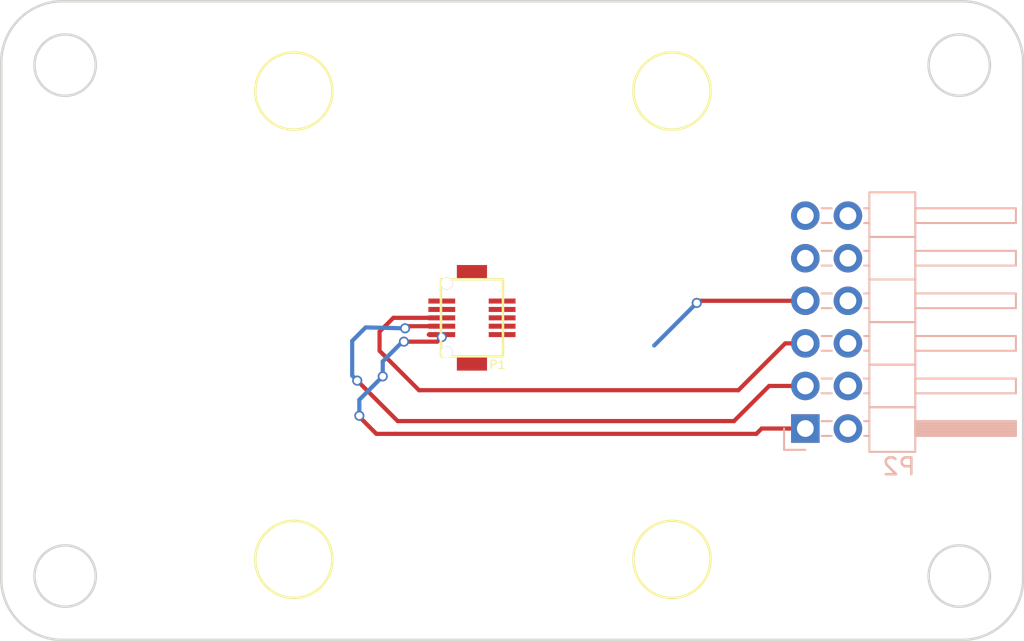
<source format=kicad_pcb>
(kicad_pcb (version 4) (host pcbnew 4.0.5)

  (general
    (links 10)
    (no_connects 10)
    (area 101.817099 81.116099 162.927101 119.366101)
    (thickness 1.6)
    (drawings 12)
    (tracks 43)
    (zones 0)
    (modules 6)
    (nets 13)
  )

  (page A4)
  (layers
    (0 F.Cu signal)
    (31 B.Cu signal)
    (32 B.Adhes user)
    (33 F.Adhes user)
    (34 B.Paste user)
    (35 F.Paste user)
    (36 B.SilkS user)
    (37 F.SilkS user)
    (38 B.Mask user)
    (39 F.Mask user)
    (40 Dwgs.User user)
    (41 Cmts.User user)
    (42 Eco1.User user)
    (43 Eco2.User user)
    (44 Edge.Cuts user)
    (45 Margin user)
    (46 B.CrtYd user)
    (47 F.CrtYd user)
    (48 B.Fab user)
    (49 F.Fab user)
  )

  (setup
    (last_trace_width 0.25)
    (trace_clearance 0.2)
    (zone_clearance 0.508)
    (zone_45_only no)
    (trace_min 0.2)
    (segment_width 0.2)
    (edge_width 0.15)
    (via_size 0.6)
    (via_drill 0.4)
    (via_min_size 0.4)
    (via_min_drill 0.3)
    (uvia_size 0.3)
    (uvia_drill 0.1)
    (uvias_allowed no)
    (uvia_min_size 0.2)
    (uvia_min_drill 0.1)
    (pcb_text_width 0.3)
    (pcb_text_size 1.5 1.5)
    (mod_edge_width 0.15)
    (mod_text_size 1 1)
    (mod_text_width 0.15)
    (pad_size 1.524 1.524)
    (pad_drill 0.762)
    (pad_to_mask_clearance 0.2)
    (aux_axis_origin 0 0)
    (visible_elements 7FFFFFFF)
    (pcbplotparams
      (layerselection 0x00030_80000001)
      (usegerberextensions false)
      (excludeedgelayer true)
      (linewidth 0.100000)
      (plotframeref false)
      (viasonmask false)
      (mode 1)
      (useauxorigin false)
      (hpglpennumber 1)
      (hpglpenspeed 20)
      (hpglpendiameter 15)
      (hpglpenoverlay 2)
      (psnegative false)
      (psa4output false)
      (plotreference true)
      (plotvalue true)
      (plotinvisibletext false)
      (padsonsilk false)
      (subtractmaskfromsilk false)
      (outputformat 1)
      (mirror false)
      (drillshape 1)
      (scaleselection 1)
      (outputdirectory ""))
  )

  (net 0 "")
  (net 1 /AC3)
  (net 2 /AC5)
  (net 3 /AC4)
  (net 4 /CS)
  (net 5 /DTR)
  (net 6 /TX/SCK)
  (net 7 /Vbus)
  (net 8 /GND)
  (net 9 /RX/SDO)
  (net 10 "Net-(P2-Pad11)")
  (net 11 "Net-(P2-Pad12)")
  (net 12 /SDI)

  (net_class Default "This is the default net class."
    (clearance 0.2)
    (trace_width 0.25)
    (via_dia 0.6)
    (via_drill 0.4)
    (uvia_dia 0.3)
    (uvia_drill 0.1)
    (add_net /AC3)
    (add_net /AC4)
    (add_net /AC5)
    (add_net /CS)
    (add_net /DTR)
    (add_net /GND)
    (add_net /RX/SDO)
    (add_net /SDI)
    (add_net /TX/SCK)
    (add_net /Vbus)
    (add_net "Net-(P2-Pad11)")
    (add_net "Net-(P2-Pad12)")
  )

  (module robosub_footprints:3mm-10pos-receptacle (layer F.Cu) (tedit 58BB4796) (tstamp 58BA1B4F)
    (at 129.9718 100.076 90)
    (path /58B8D17C)
    (attr smd)
    (fp_text reference P1 (at -2.794 1.524 180) (layer F.SilkS)
      (effects (font (size 0.5 0.5) (thickness 0.075)))
    )
    (fp_text value Mezzanine-Header (at 0.254 3.556 90) (layer F.Fab) hide
      (effects (font (size 1 1) (thickness 0.15)))
    )
    (fp_line (start 2.3 1.85) (end 2.3 -1.85) (layer F.SilkS) (width 0.15))
    (fp_line (start -2.3 -1.85) (end 2.3 -1.85) (layer F.SilkS) (width 0.15))
    (fp_line (start -2.3 1.85) (end 2.3 1.85) (layer F.SilkS) (width 0.15))
    (fp_line (start -2.3 1.85) (end -2.3 -1.85) (layer F.SilkS) (width 0.15))
    (pad "" thru_hole circle (at 2.05 -1.5 90) (size 0.7 0.7) (drill 0.7) (layers *.Cu *.Mask))
    (pad "" thru_hole circle (at -2.05 -1.5 90) (size 0.7 0.7) (drill 0.7) (layers *.Cu *.Mask))
    (pad 6 smd rect (at 0 1.8 90) (size 0.3 1.6) (layers F.Cu F.Paste F.Mask)
      (net 1 /AC3))
    (pad 10 smd rect (at 1 1.8 90) (size 0.3 1.6) (layers F.Cu F.Paste F.Mask)
      (net 2 /AC5))
    (pad 8 smd rect (at 0.5 1.8 90) (size 0.3 1.6) (layers F.Cu F.Paste F.Mask)
      (net 3 /AC4))
    (pad 2 smd rect (at -1 1.8 90) (size 0.3 1.6) (layers F.Cu F.Paste F.Mask)
      (net 4 /CS))
    (pad 4 smd rect (at -0.5 1.8 90) (size 0.3 1.6) (layers F.Cu F.Paste F.Mask)
      (net 5 /DTR))
    (pad 5 smd rect (at 0 -1.8 90) (size 0.3 1.6) (layers F.Cu F.Paste F.Mask)
      (net 9 /RX/SDO))
    (pad 3 smd rect (at -0.5 -1.8 90) (size 0.3 1.6) (layers F.Cu F.Paste F.Mask)
      (net 6 /TX/SCK))
    (pad 1 smd rect (at -1 -1.8 90) (size 0.3 1.6) (layers F.Cu F.Paste F.Mask)
      (net 7 /Vbus))
    (pad 9 smd rect (at 1 -1.8 90) (size 0.3 1.6) (layers F.Cu F.Paste F.Mask)
      (net 8 /GND))
    (pad 7 smd rect (at 0.5 -1.8 90) (size 0.3 1.6) (layers F.Cu F.Paste F.Mask)
      (net 12 /SDI))
    (pad "" smd rect (at 2.75 0 90) (size 0.8 1.8) (layers F.Cu F.Paste F.Mask))
    (pad "" smd rect (at -2.75 0 90) (size 0.8 1.8) (layers F.Cu F.Paste F.Mask))
    (model robosub.3dshapes/3mm-10pos-receptacle.wrl
      (at (xyz 0 0 0))
      (scale (xyz 0.4 0.4 0.4))
      (rotate (xyz -90 0 0))
    )
  )

  (module robosub_footprints:3mm-support (layer F.Cu) (tedit 58B1B9D1) (tstamp 58BA1B55)
    (at 119.3442 86.548204)
    (path /58B8D60F)
    (fp_text reference U1 (at 3.81 1.27) (layer F.SilkS) hide
      (effects (font (size 1 1) (thickness 0.15)))
    )
    (fp_text value 3mm-support (at 0 -0.5) (layer F.Fab)
      (effects (font (size 1 1) (thickness 0.15)))
    )
    (fp_circle (center 0 0) (end 2.3 0) (layer F.SilkS) (width 0.15))
    (pad "" np_thru_hole circle (at 0 0) (size 2.5 2.5) (drill 2.5) (layers *.Cu *.Mask))
    (model robosub.3dshapes/3mm-support.wrl
      (at (xyz 0 0 0.118))
      (scale (xyz 0.4 0.4 0.4))
      (rotate (xyz 90 0 0))
    )
  )

  (module robosub_footprints:3mm-support (layer F.Cu) (tedit 58B1B9D1) (tstamp 58BA1B5B)
    (at 141.9042 86.548204)
    (path /58B8D810)
    (fp_text reference U2 (at 3.81 1.27) (layer F.SilkS) hide
      (effects (font (size 1 1) (thickness 0.15)))
    )
    (fp_text value 3mm-support (at 0 -0.5) (layer F.Fab)
      (effects (font (size 1 1) (thickness 0.15)))
    )
    (fp_circle (center 0 0) (end 2.3 0) (layer F.SilkS) (width 0.15))
    (pad "" np_thru_hole circle (at 0 0) (size 2.5 2.5) (drill 2.5) (layers *.Cu *.Mask))
    (model robosub.3dshapes/3mm-support.wrl
      (at (xyz 0 0 0.118))
      (scale (xyz 0.4 0.4 0.4))
      (rotate (xyz 90 0 0))
    )
  )

  (module robosub_footprints:3mm-support (layer F.Cu) (tedit 58B1B9D1) (tstamp 58BA1B61)
    (at 119.3442 114.488204)
    (path /58B8D85C)
    (fp_text reference U3 (at 3.81 1.27) (layer F.SilkS) hide
      (effects (font (size 1 1) (thickness 0.15)))
    )
    (fp_text value 3mm-support (at 0 -0.5) (layer F.Fab)
      (effects (font (size 1 1) (thickness 0.15)))
    )
    (fp_circle (center 0 0) (end 2.3 0) (layer F.SilkS) (width 0.15))
    (pad "" np_thru_hole circle (at 0 0) (size 2.5 2.5) (drill 2.5) (layers *.Cu *.Mask))
    (model robosub.3dshapes/3mm-support.wrl
      (at (xyz 0 0 0.118))
      (scale (xyz 0.4 0.4 0.4))
      (rotate (xyz 90 0 0))
    )
  )

  (module robosub_footprints:3mm-support (layer F.Cu) (tedit 58B1B9D1) (tstamp 58BA1B67)
    (at 141.9042 114.488204)
    (path /58B8D916)
    (fp_text reference U4 (at 3.81 1.27) (layer F.SilkS) hide
      (effects (font (size 1 1) (thickness 0.15)))
    )
    (fp_text value 3mm-support (at 0 -0.5) (layer F.Fab)
      (effects (font (size 1 1) (thickness 0.15)))
    )
    (fp_circle (center 0 0) (end 2.3 0) (layer F.SilkS) (width 0.15))
    (pad "" np_thru_hole circle (at 0 0) (size 2.5 2.5) (drill 2.5) (layers *.Cu *.Mask))
    (model robosub.3dshapes/3mm-support.wrl
      (at (xyz 0 0 0.118))
      (scale (xyz 0.4 0.4 0.4))
      (rotate (xyz 90 0 0))
    )
  )

  (module Pin_Headers:Pin_Header_Angled_2x06_Pitch2.54mm (layer B.Cu) (tedit 58BB427C) (tstamp 58BB4117)
    (at 149.86 106.68)
    (descr "Through hole angled pin header, 2x06, 2.54mm pitch, 6mm pin length, double rows")
    (tags "Through hole angled pin header THT 2x06 2.54mm double row")
    (path /58B8D485)
    (fp_text reference P2 (at 5.585 2.27) (layer B.SilkS)
      (effects (font (size 1 1) (thickness 0.15)) (justify mirror))
    )
    (fp_text value CONN_02X06 (at 5.585 -14.97 90) (layer B.Fab)
      (effects (font (size 1 1) (thickness 0.15)) (justify mirror))
    )
    (fp_line (start 3.94 1.27) (end 3.94 -1.27) (layer B.Fab) (width 0.1))
    (fp_line (start 3.94 -1.27) (end 6.44 -1.27) (layer B.Fab) (width 0.1))
    (fp_line (start 6.44 -1.27) (end 6.44 1.27) (layer B.Fab) (width 0.1))
    (fp_line (start 6.44 1.27) (end 3.94 1.27) (layer B.Fab) (width 0.1))
    (fp_line (start 0 0.32) (end 0 -0.32) (layer B.Fab) (width 0.1))
    (fp_line (start 0 -0.32) (end 12.44 -0.32) (layer B.Fab) (width 0.1))
    (fp_line (start 12.44 -0.32) (end 12.44 0.32) (layer B.Fab) (width 0.1))
    (fp_line (start 12.44 0.32) (end 0 0.32) (layer B.Fab) (width 0.1))
    (fp_line (start 3.94 -1.27) (end 3.94 -3.81) (layer B.Fab) (width 0.1))
    (fp_line (start 3.94 -3.81) (end 6.44 -3.81) (layer B.Fab) (width 0.1))
    (fp_line (start 6.44 -3.81) (end 6.44 -1.27) (layer B.Fab) (width 0.1))
    (fp_line (start 6.44 -1.27) (end 3.94 -1.27) (layer B.Fab) (width 0.1))
    (fp_line (start 0 -2.22) (end 0 -2.86) (layer B.Fab) (width 0.1))
    (fp_line (start 0 -2.86) (end 12.44 -2.86) (layer B.Fab) (width 0.1))
    (fp_line (start 12.44 -2.86) (end 12.44 -2.22) (layer B.Fab) (width 0.1))
    (fp_line (start 12.44 -2.22) (end 0 -2.22) (layer B.Fab) (width 0.1))
    (fp_line (start 3.94 -3.81) (end 3.94 -6.35) (layer B.Fab) (width 0.1))
    (fp_line (start 3.94 -6.35) (end 6.44 -6.35) (layer B.Fab) (width 0.1))
    (fp_line (start 6.44 -6.35) (end 6.44 -3.81) (layer B.Fab) (width 0.1))
    (fp_line (start 6.44 -3.81) (end 3.94 -3.81) (layer B.Fab) (width 0.1))
    (fp_line (start 0 -4.76) (end 0 -5.4) (layer B.Fab) (width 0.1))
    (fp_line (start 0 -5.4) (end 12.44 -5.4) (layer B.Fab) (width 0.1))
    (fp_line (start 12.44 -5.4) (end 12.44 -4.76) (layer B.Fab) (width 0.1))
    (fp_line (start 12.44 -4.76) (end 0 -4.76) (layer B.Fab) (width 0.1))
    (fp_line (start 3.94 -6.35) (end 3.94 -8.89) (layer B.Fab) (width 0.1))
    (fp_line (start 3.94 -8.89) (end 6.44 -8.89) (layer B.Fab) (width 0.1))
    (fp_line (start 6.44 -8.89) (end 6.44 -6.35) (layer B.Fab) (width 0.1))
    (fp_line (start 6.44 -6.35) (end 3.94 -6.35) (layer B.Fab) (width 0.1))
    (fp_line (start 0 -7.3) (end 0 -7.94) (layer B.Fab) (width 0.1))
    (fp_line (start 0 -7.94) (end 12.44 -7.94) (layer B.Fab) (width 0.1))
    (fp_line (start 12.44 -7.94) (end 12.44 -7.3) (layer B.Fab) (width 0.1))
    (fp_line (start 12.44 -7.3) (end 0 -7.3) (layer B.Fab) (width 0.1))
    (fp_line (start 3.94 -8.89) (end 3.94 -11.43) (layer B.Fab) (width 0.1))
    (fp_line (start 3.94 -11.43) (end 6.44 -11.43) (layer B.Fab) (width 0.1))
    (fp_line (start 6.44 -11.43) (end 6.44 -8.89) (layer B.Fab) (width 0.1))
    (fp_line (start 6.44 -8.89) (end 3.94 -8.89) (layer B.Fab) (width 0.1))
    (fp_line (start 0 -9.84) (end 0 -10.48) (layer B.Fab) (width 0.1))
    (fp_line (start 0 -10.48) (end 12.44 -10.48) (layer B.Fab) (width 0.1))
    (fp_line (start 12.44 -10.48) (end 12.44 -9.84) (layer B.Fab) (width 0.1))
    (fp_line (start 12.44 -9.84) (end 0 -9.84) (layer B.Fab) (width 0.1))
    (fp_line (start 3.94 -11.43) (end 3.94 -13.97) (layer B.Fab) (width 0.1))
    (fp_line (start 3.94 -13.97) (end 6.44 -13.97) (layer B.Fab) (width 0.1))
    (fp_line (start 6.44 -13.97) (end 6.44 -11.43) (layer B.Fab) (width 0.1))
    (fp_line (start 6.44 -11.43) (end 3.94 -11.43) (layer B.Fab) (width 0.1))
    (fp_line (start 0 -12.38) (end 0 -13.02) (layer B.Fab) (width 0.1))
    (fp_line (start 0 -13.02) (end 12.44 -13.02) (layer B.Fab) (width 0.1))
    (fp_line (start 12.44 -13.02) (end 12.44 -12.38) (layer B.Fab) (width 0.1))
    (fp_line (start 12.44 -12.38) (end 0 -12.38) (layer B.Fab) (width 0.1))
    (fp_line (start 3.82 1.39) (end 3.82 -1.27) (layer B.SilkS) (width 0.12))
    (fp_line (start 3.82 -1.27) (end 6.56 -1.27) (layer B.SilkS) (width 0.12))
    (fp_line (start 6.56 -1.27) (end 6.56 1.39) (layer B.SilkS) (width 0.12))
    (fp_line (start 6.56 1.39) (end 3.82 1.39) (layer B.SilkS) (width 0.12))
    (fp_line (start 6.56 0.44) (end 6.56 -0.44) (layer B.SilkS) (width 0.12))
    (fp_line (start 6.56 -0.44) (end 12.56 -0.44) (layer B.SilkS) (width 0.12))
    (fp_line (start 12.56 -0.44) (end 12.56 0.44) (layer B.SilkS) (width 0.12))
    (fp_line (start 12.56 0.44) (end 6.56 0.44) (layer B.SilkS) (width 0.12))
    (fp_line (start 3.51 0.44) (end 3.82 0.44) (layer B.SilkS) (width 0.12))
    (fp_line (start 3.51 -0.44) (end 3.82 -0.44) (layer B.SilkS) (width 0.12))
    (fp_line (start 0.97 0.44) (end 1.57 0.44) (layer B.SilkS) (width 0.12))
    (fp_line (start 0.97 -0.44) (end 1.57 -0.44) (layer B.SilkS) (width 0.12))
    (fp_line (start 6.56 0.32) (end 12.56 0.32) (layer B.SilkS) (width 0.12))
    (fp_line (start 6.56 0.2) (end 12.56 0.2) (layer B.SilkS) (width 0.12))
    (fp_line (start 6.56 0.08) (end 12.56 0.08) (layer B.SilkS) (width 0.12))
    (fp_line (start 6.56 -0.04) (end 12.56 -0.04) (layer B.SilkS) (width 0.12))
    (fp_line (start 6.56 -0.16) (end 12.56 -0.16) (layer B.SilkS) (width 0.12))
    (fp_line (start 6.56 -0.28) (end 12.56 -0.28) (layer B.SilkS) (width 0.12))
    (fp_line (start 6.56 -0.4) (end 12.56 -0.4) (layer B.SilkS) (width 0.12))
    (fp_line (start 3.82 -1.27) (end 3.82 -3.81) (layer B.SilkS) (width 0.12))
    (fp_line (start 3.82 -3.81) (end 6.56 -3.81) (layer B.SilkS) (width 0.12))
    (fp_line (start 6.56 -3.81) (end 6.56 -1.27) (layer B.SilkS) (width 0.12))
    (fp_line (start 6.56 -1.27) (end 3.82 -1.27) (layer B.SilkS) (width 0.12))
    (fp_line (start 6.56 -2.1) (end 6.56 -2.98) (layer B.SilkS) (width 0.12))
    (fp_line (start 6.56 -2.98) (end 12.56 -2.98) (layer B.SilkS) (width 0.12))
    (fp_line (start 12.56 -2.98) (end 12.56 -2.1) (layer B.SilkS) (width 0.12))
    (fp_line (start 12.56 -2.1) (end 6.56 -2.1) (layer B.SilkS) (width 0.12))
    (fp_line (start 3.51 -2.1) (end 3.82 -2.1) (layer B.SilkS) (width 0.12))
    (fp_line (start 3.51 -2.98) (end 3.82 -2.98) (layer B.SilkS) (width 0.12))
    (fp_line (start 0.97 -2.1) (end 1.57 -2.1) (layer B.SilkS) (width 0.12))
    (fp_line (start 0.97 -2.98) (end 1.57 -2.98) (layer B.SilkS) (width 0.12))
    (fp_line (start 3.82 -3.81) (end 3.82 -6.35) (layer B.SilkS) (width 0.12))
    (fp_line (start 3.82 -6.35) (end 6.56 -6.35) (layer B.SilkS) (width 0.12))
    (fp_line (start 6.56 -6.35) (end 6.56 -3.81) (layer B.SilkS) (width 0.12))
    (fp_line (start 6.56 -3.81) (end 3.82 -3.81) (layer B.SilkS) (width 0.12))
    (fp_line (start 6.56 -4.64) (end 6.56 -5.52) (layer B.SilkS) (width 0.12))
    (fp_line (start 6.56 -5.52) (end 12.56 -5.52) (layer B.SilkS) (width 0.12))
    (fp_line (start 12.56 -5.52) (end 12.56 -4.64) (layer B.SilkS) (width 0.12))
    (fp_line (start 12.56 -4.64) (end 6.56 -4.64) (layer B.SilkS) (width 0.12))
    (fp_line (start 3.51 -4.64) (end 3.82 -4.64) (layer B.SilkS) (width 0.12))
    (fp_line (start 3.51 -5.52) (end 3.82 -5.52) (layer B.SilkS) (width 0.12))
    (fp_line (start 0.97 -4.64) (end 1.57 -4.64) (layer B.SilkS) (width 0.12))
    (fp_line (start 0.97 -5.52) (end 1.57 -5.52) (layer B.SilkS) (width 0.12))
    (fp_line (start 3.82 -6.35) (end 3.82 -8.89) (layer B.SilkS) (width 0.12))
    (fp_line (start 3.82 -8.89) (end 6.56 -8.89) (layer B.SilkS) (width 0.12))
    (fp_line (start 6.56 -8.89) (end 6.56 -6.35) (layer B.SilkS) (width 0.12))
    (fp_line (start 6.56 -6.35) (end 3.82 -6.35) (layer B.SilkS) (width 0.12))
    (fp_line (start 6.56 -7.18) (end 6.56 -8.06) (layer B.SilkS) (width 0.12))
    (fp_line (start 6.56 -8.06) (end 12.56 -8.06) (layer B.SilkS) (width 0.12))
    (fp_line (start 12.56 -8.06) (end 12.56 -7.18) (layer B.SilkS) (width 0.12))
    (fp_line (start 12.56 -7.18) (end 6.56 -7.18) (layer B.SilkS) (width 0.12))
    (fp_line (start 3.51 -7.18) (end 3.82 -7.18) (layer B.SilkS) (width 0.12))
    (fp_line (start 3.51 -8.06) (end 3.82 -8.06) (layer B.SilkS) (width 0.12))
    (fp_line (start 0.97 -7.18) (end 1.57 -7.18) (layer B.SilkS) (width 0.12))
    (fp_line (start 0.97 -8.06) (end 1.57 -8.06) (layer B.SilkS) (width 0.12))
    (fp_line (start 3.82 -8.89) (end 3.82 -11.43) (layer B.SilkS) (width 0.12))
    (fp_line (start 3.82 -11.43) (end 6.56 -11.43) (layer B.SilkS) (width 0.12))
    (fp_line (start 6.56 -11.43) (end 6.56 -8.89) (layer B.SilkS) (width 0.12))
    (fp_line (start 6.56 -8.89) (end 3.82 -8.89) (layer B.SilkS) (width 0.12))
    (fp_line (start 6.56 -9.72) (end 6.56 -10.6) (layer B.SilkS) (width 0.12))
    (fp_line (start 6.56 -10.6) (end 12.56 -10.6) (layer B.SilkS) (width 0.12))
    (fp_line (start 12.56 -10.6) (end 12.56 -9.72) (layer B.SilkS) (width 0.12))
    (fp_line (start 12.56 -9.72) (end 6.56 -9.72) (layer B.SilkS) (width 0.12))
    (fp_line (start 3.51 -9.72) (end 3.82 -9.72) (layer B.SilkS) (width 0.12))
    (fp_line (start 3.51 -10.6) (end 3.82 -10.6) (layer B.SilkS) (width 0.12))
    (fp_line (start 0.97 -9.72) (end 1.57 -9.72) (layer B.SilkS) (width 0.12))
    (fp_line (start 0.97 -10.6) (end 1.57 -10.6) (layer B.SilkS) (width 0.12))
    (fp_line (start 3.82 -11.43) (end 3.82 -14.09) (layer B.SilkS) (width 0.12))
    (fp_line (start 3.82 -14.09) (end 6.56 -14.09) (layer B.SilkS) (width 0.12))
    (fp_line (start 6.56 -14.09) (end 6.56 -11.43) (layer B.SilkS) (width 0.12))
    (fp_line (start 6.56 -11.43) (end 3.82 -11.43) (layer B.SilkS) (width 0.12))
    (fp_line (start 6.56 -12.26) (end 6.56 -13.14) (layer B.SilkS) (width 0.12))
    (fp_line (start 6.56 -13.14) (end 12.56 -13.14) (layer B.SilkS) (width 0.12))
    (fp_line (start 12.56 -13.14) (end 12.56 -12.26) (layer B.SilkS) (width 0.12))
    (fp_line (start 12.56 -12.26) (end 6.56 -12.26) (layer B.SilkS) (width 0.12))
    (fp_line (start 3.51 -12.26) (end 3.82 -12.26) (layer B.SilkS) (width 0.12))
    (fp_line (start 3.51 -13.14) (end 3.82 -13.14) (layer B.SilkS) (width 0.12))
    (fp_line (start 0.97 -12.26) (end 1.57 -12.26) (layer B.SilkS) (width 0.12))
    (fp_line (start 0.97 -13.14) (end 1.57 -13.14) (layer B.SilkS) (width 0.12))
    (fp_line (start -1.27 0) (end -1.27 1.27) (layer B.SilkS) (width 0.12))
    (fp_line (start -1.27 1.27) (end 0 1.27) (layer B.SilkS) (width 0.12))
    (fp_line (start -1.6 1.6) (end -1.6 -14.3) (layer B.CrtYd) (width 0.05))
    (fp_line (start -1.6 -14.3) (end 12.7 -14.3) (layer B.CrtYd) (width 0.05))
    (fp_line (start 12.7 -14.3) (end 12.7 1.6) (layer B.CrtYd) (width 0.05))
    (fp_line (start 12.7 1.6) (end -1.6 1.6) (layer B.CrtYd) (width 0.05))
    (pad 1 thru_hole rect (at 0 0) (size 1.7 1.7) (drill 1) (layers *.Cu *.Mask)
      (net 7 /Vbus))
    (pad 2 thru_hole oval (at 2.54 0) (size 1.7 1.7) (drill 1) (layers *.Cu *.Mask)
      (net 4 /CS))
    (pad 3 thru_hole oval (at 0 -2.54) (size 1.7 1.7) (drill 1) (layers *.Cu *.Mask)
      (net 6 /TX/SCK))
    (pad 4 thru_hole oval (at 2.54 -2.54) (size 1.7 1.7) (drill 1) (layers *.Cu *.Mask)
      (net 5 /DTR))
    (pad 5 thru_hole oval (at 0 -5.08) (size 1.7 1.7) (drill 1) (layers *.Cu *.Mask)
      (net 9 /RX/SDO))
    (pad 6 thru_hole oval (at 2.54 -5.08) (size 1.7 1.7) (drill 1) (layers *.Cu *.Mask)
      (net 1 /AC3))
    (pad 7 thru_hole oval (at 0 -7.62) (size 1.7 1.7) (drill 1) (layers *.Cu *.Mask)
      (net 12 /SDI))
    (pad 8 thru_hole oval (at 2.54 -7.62) (size 1.7 1.7) (drill 1) (layers *.Cu *.Mask)
      (net 3 /AC4))
    (pad 9 thru_hole oval (at 0 -10.16) (size 1.7 1.7) (drill 1) (layers *.Cu *.Mask)
      (net 8 /GND))
    (pad 10 thru_hole oval (at 2.54 -10.16) (size 1.7 1.7) (drill 1) (layers *.Cu *.Mask)
      (net 2 /AC5))
    (pad 11 thru_hole oval (at 0 -12.7) (size 1.7 1.7) (drill 1) (layers *.Cu *.Mask)
      (net 10 "Net-(P2-Pad11)"))
    (pad 12 thru_hole oval (at 2.54 -12.7) (size 1.7 1.7) (drill 1) (layers *.Cu *.Mask)
      (net 11 "Net-(P2-Pad12)"))
    (model Pin_Headers.3dshapes/Pin_Header_Angled_2x06_Pitch2.54mm.wrl
      (at (xyz 0.05 -0.25 0))
      (scale (xyz 1 1 1))
      (rotate (xyz 0 0 90))
    )
  )

  (gr_arc (start 105.5497 115.6335) (end 101.8921 115.6335) (angle -90) (layer Edge.Cuts) (width 0.15))
  (gr_arc (start 159.1945 115.6335) (end 159.1945 119.2911) (angle -89.9) (layer Edge.Cuts) (width 0.15))
  (gr_arc (start 159.1945 84.8487) (end 162.8521 84.8487) (angle -90) (layer Edge.Cuts) (width 0.15))
  (gr_arc (start 105.5497 84.8487) (end 105.5497 81.1911) (angle -90) (layer Edge.Cuts) (width 0.15))
  (gr_line (start 105.5497 119.2911) (end 159.1945 119.2911) (layer Edge.Cuts) (width 0.15))
  (gr_line (start 162.8521 115.6335) (end 162.8521 84.8487) (layer Edge.Cuts) (width 0.15))
  (gr_line (start 159.1945 81.1911) (end 105.5497 81.1911) (layer Edge.Cuts) (width 0.15))
  (gr_line (start 101.8921 84.8487) (end 101.8921 115.6335) (layer Edge.Cuts) (width 0.15))
  (gr_circle (center 105.7021 115.4811) (end 107.5309 115.4811) (layer Edge.Cuts) (width 0.15))
  (gr_circle (center 159.0421 115.4811) (end 160.8709 115.4811) (layer Edge.Cuts) (width 0.15))
  (gr_circle (center 105.7021 85.0011) (end 107.5309 85.0011) (layer Edge.Cuts) (width 0.15))
  (gr_circle (center 159.0421 85.0011) (end 160.8709 85.0011) (layer Edge.Cuts) (width 0.15))

  (segment (start 123.6345 100.6475) (end 125.984 100.701) (width 0.25) (layer B.Cu) (net 6))
  (segment (start 125.984 100.701) (end 125.984 100.6475) (width 0.25) (layer B.Cu) (net 6))
  (segment (start 128.1718 100.576) (end 126.109 100.576) (width 0.25) (layer F.Cu) (net 6))
  (segment (start 126.109 100.576) (end 125.984 100.701) (width 0.25) (layer F.Cu) (net 6))
  (via (at 125.984 100.701) (size 0.6) (drill 0.4) (layers F.Cu B.Cu) (net 6))
  (segment (start 122.826501 101.455499) (end 123.6345 100.6475) (width 0.25) (layer B.Cu) (net 6))
  (segment (start 123.1265 103.8225) (end 122.826501 103.522501) (width 0.25) (layer B.Cu) (net 6))
  (segment (start 122.826501 103.522501) (end 122.826501 101.455499) (width 0.25) (layer B.Cu) (net 6))
  (via (at 123.1265 103.8225) (size 0.6) (drill 0.4) (layers F.Cu B.Cu) (net 6))
  (segment (start 125.5395 106.2355) (end 123.1265 103.8225) (width 0.25) (layer F.Cu) (net 6))
  (segment (start 145.034 106.2355) (end 125.5395 106.2355) (width 0.25) (layer F.Cu) (net 6))
  (segment (start 145.6055 106.2355) (end 145.034 106.2355) (width 0.25) (layer F.Cu) (net 6))
  (segment (start 147.701 104.14) (end 145.6055 106.2355) (width 0.25) (layer F.Cu) (net 6))
  (segment (start 149.86 104.14) (end 147.701 104.14) (width 0.25) (layer F.Cu) (net 6))
  (segment (start 125.912586 101.497809) (end 127.899993 101.497809) (width 0.25) (layer F.Cu) (net 7))
  (segment (start 127.899993 101.497809) (end 128.1718 101.226002) (width 0.25) (layer F.Cu) (net 7))
  (via (at 128.1718 101.226002) (size 0.6) (drill 0.4) (layers F.Cu B.Cu) (net 7))
  (segment (start 124.6505 102.6795) (end 125.832191 101.497809) (width 0.25) (layer B.Cu) (net 7))
  (segment (start 125.832191 101.497809) (end 125.912586 101.497809) (width 0.25) (layer B.Cu) (net 7))
  (via (at 125.912586 101.497809) (size 0.6) (drill 0.4) (layers F.Cu B.Cu) (net 7))
  (segment (start 124.6505 103.5685) (end 124.6505 102.6795) (width 0.25) (layer B.Cu) (net 7))
  (segment (start 123.2535 105.918) (end 123.2535 104.9655) (width 0.25) (layer B.Cu) (net 7))
  (segment (start 123.2535 104.9655) (end 124.6505 103.5685) (width 0.25) (layer B.Cu) (net 7))
  (via (at 124.6505 103.5685) (size 0.6) (drill 0.4) (layers F.Cu B.Cu) (net 7))
  (segment (start 124.2695 106.9975) (end 123.2535 105.9815) (width 0.25) (layer F.Cu) (net 7))
  (segment (start 123.2535 105.9815) (end 123.2535 105.918) (width 0.25) (layer F.Cu) (net 7))
  (via (at 123.2535 105.918) (size 0.6) (drill 0.4) (layers F.Cu B.Cu) (net 7))
  (segment (start 125.376498 106.9975) (end 124.2695 106.9975) (width 0.25) (layer F.Cu) (net 7))
  (segment (start 146.939 106.9975) (end 125.376498 106.9975) (width 0.25) (layer F.Cu) (net 7))
  (segment (start 147.2565 106.68) (end 146.939 106.9975) (width 0.25) (layer F.Cu) (net 7))
  (segment (start 149.86 106.68) (end 147.2565 106.68) (width 0.25) (layer F.Cu) (net 7))
  (segment (start 127.397 101.076) (end 128.1718 101.076) (width 0.25) (layer F.Cu) (net 7) (tstamp 58BB4874))
  (segment (start 124.46 100.9015) (end 125.2855 100.076) (width 0.25) (layer F.Cu) (net 9))
  (segment (start 125.2855 100.076) (end 128.1718 100.076) (width 0.25) (layer F.Cu) (net 9))
  (segment (start 124.46 102.0445) (end 124.46 100.9015) (width 0.25) (layer F.Cu) (net 9))
  (segment (start 126.8095 104.394) (end 124.46 102.0445) (width 0.25) (layer F.Cu) (net 9))
  (segment (start 145.863919 104.394) (end 126.8095 104.394) (width 0.25) (layer F.Cu) (net 9))
  (segment (start 149.86 101.6) (end 148.657919 101.6) (width 0.25) (layer F.Cu) (net 9))
  (segment (start 148.657919 101.6) (end 145.863919 104.394) (width 0.25) (layer F.Cu) (net 9))
  (segment (start 143.383 99.187) (end 140.843 101.727) (width 0.25) (layer B.Cu) (net 12))
  (segment (start 149.86 99.06) (end 143.51 99.06) (width 0.25) (layer F.Cu) (net 12))
  (segment (start 143.51 99.06) (end 143.383 99.187) (width 0.25) (layer F.Cu) (net 12))
  (via (at 143.383 99.187) (size 0.6) (drill 0.4) (layers F.Cu B.Cu) (net 12))

)

</source>
